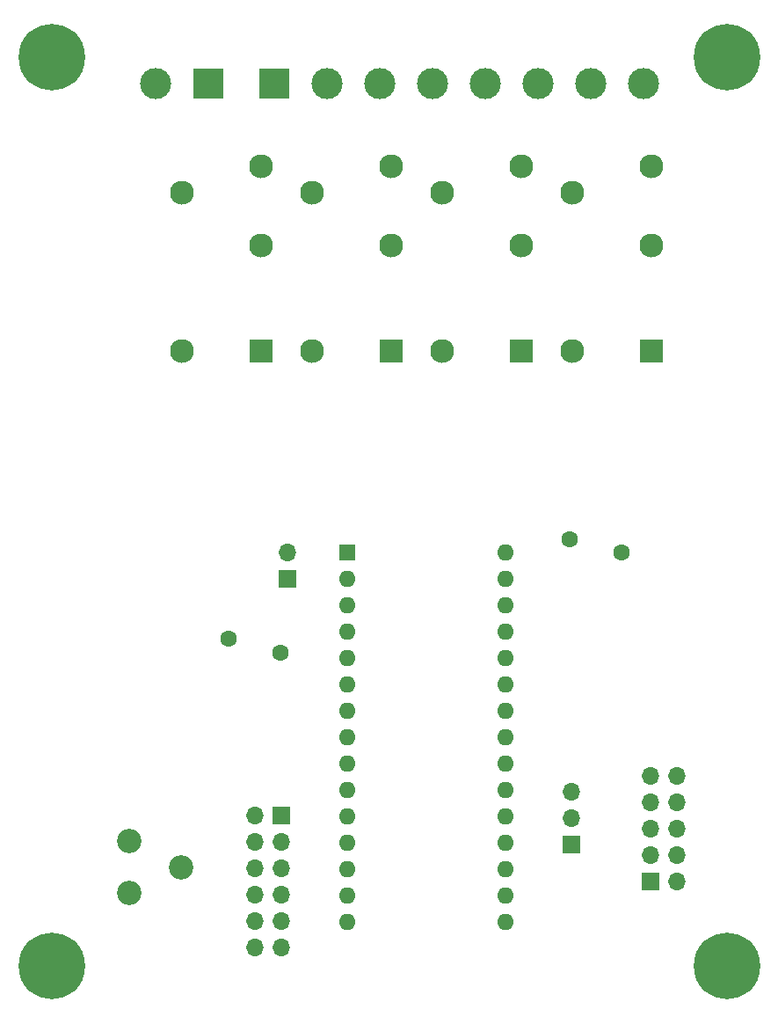
<source format=gbr>
%TF.GenerationSoftware,KiCad,Pcbnew,8.0.2-1*%
%TF.CreationDate,2024-05-28T09:05:20+02:00*%
%TF.ProjectId,Antenna Rotator,416e7465-6e6e-4612-9052-6f7461746f72,rev?*%
%TF.SameCoordinates,Original*%
%TF.FileFunction,Soldermask,Bot*%
%TF.FilePolarity,Negative*%
%FSLAX46Y46*%
G04 Gerber Fmt 4.6, Leading zero omitted, Abs format (unit mm)*
G04 Created by KiCad (PCBNEW 8.0.2-1) date 2024-05-28 09:05:20*
%MOMM*%
%LPD*%
G01*
G04 APERTURE LIST*
%ADD10R,1.700000X1.700000*%
%ADD11O,1.700000X1.700000*%
%ADD12R,2.300000X2.300000*%
%ADD13C,2.300000*%
%ADD14C,6.400000*%
%ADD15C,1.600000*%
%ADD16R,3.000000X3.000000*%
%ADD17C,3.000000*%
%ADD18C,2.340000*%
%ADD19R,1.600000X1.600000*%
%ADD20O,1.600000X1.600000*%
G04 APERTURE END LIST*
D10*
%TO.C,J4*%
X172720000Y-87700000D03*
D11*
X172720000Y-85160000D03*
%TD*%
D10*
%TO.C,J5*%
X207645000Y-116840000D03*
D11*
X210185000Y-116840000D03*
X207645000Y-114300000D03*
X210185000Y-114300000D03*
X207645000Y-111760000D03*
X210185000Y-111760000D03*
X207645000Y-109220000D03*
X210185000Y-109220000D03*
X207645000Y-106680000D03*
X210185000Y-106680000D03*
%TD*%
D12*
%TO.C,K4*%
X207770000Y-65740000D03*
D13*
X207770000Y-55580000D03*
X207770000Y-47960000D03*
X200150000Y-50500000D03*
X200150000Y-65740000D03*
%TD*%
D14*
%TO.C,H2*%
X215000000Y-37500000D03*
%TD*%
D12*
%TO.C,K1*%
X170120000Y-65740000D03*
D13*
X170120000Y-55580000D03*
X170120000Y-47960000D03*
X162500000Y-50500000D03*
X162500000Y-65740000D03*
%TD*%
D14*
%TO.C,H3*%
X150000000Y-125000000D03*
%TD*%
D15*
%TO.C,RV2*%
X172000000Y-94800000D03*
X167000000Y-93500000D03*
%TD*%
D10*
%TO.C,J3*%
X200025000Y-113240000D03*
D11*
X200025000Y-110700000D03*
X200025000Y-108160000D03*
%TD*%
D12*
%TO.C,K3*%
X195220000Y-65740000D03*
D13*
X195220000Y-55580000D03*
X195220000Y-47960000D03*
X187600000Y-50500000D03*
X187600000Y-65740000D03*
%TD*%
D16*
%TO.C,J1*%
X165100000Y-40000000D03*
D17*
X160020000Y-40000000D03*
%TD*%
D14*
%TO.C,H4*%
X215000000Y-125000000D03*
%TD*%
D16*
%TO.C,J2*%
X171440000Y-40000000D03*
D17*
X176520000Y-40000000D03*
X181600000Y-40000000D03*
X186680000Y-40000000D03*
X191760000Y-40000000D03*
X196840000Y-40000000D03*
X201920000Y-40000000D03*
X207000000Y-40000000D03*
%TD*%
D14*
%TO.C,H1*%
X150000000Y-37500000D03*
%TD*%
D18*
%TO.C,RV1*%
X157480000Y-117975000D03*
X162480000Y-115475000D03*
X157480000Y-112975000D03*
%TD*%
D19*
%TO.C,A1*%
X178500000Y-85200000D03*
D20*
X178500000Y-87740000D03*
X178500000Y-90280000D03*
X178500000Y-92820000D03*
X178500000Y-95360000D03*
X178500000Y-97900000D03*
X178500000Y-100440000D03*
X178500000Y-102980000D03*
X178500000Y-105520000D03*
X178500000Y-108060000D03*
X178500000Y-110600000D03*
X178500000Y-113140000D03*
X178500000Y-115680000D03*
X178500000Y-118220000D03*
X178500000Y-120760000D03*
X193740000Y-120760000D03*
X193740000Y-118220000D03*
X193740000Y-115680000D03*
X193740000Y-113140000D03*
X193740000Y-110600000D03*
X193740000Y-108060000D03*
X193740000Y-105520000D03*
X193740000Y-102980000D03*
X193740000Y-100440000D03*
X193740000Y-97900000D03*
X193740000Y-95360000D03*
X193740000Y-92820000D03*
X193740000Y-90280000D03*
X193740000Y-87740000D03*
X193740000Y-85200000D03*
%TD*%
D12*
%TO.C,K2*%
X182670000Y-65740000D03*
D13*
X182670000Y-55580000D03*
X182670000Y-47960000D03*
X175050000Y-50500000D03*
X175050000Y-65740000D03*
%TD*%
D15*
%TO.C,RV3*%
X204875000Y-85200000D03*
X199875000Y-83900000D03*
%TD*%
D10*
%TO.C,J7*%
X172085000Y-110490000D03*
D11*
X169545000Y-110490000D03*
X172085000Y-113030000D03*
X169545000Y-113030000D03*
X172085000Y-115570000D03*
X169545000Y-115570000D03*
X172085000Y-118110000D03*
X169545000Y-118110000D03*
X172085000Y-120650000D03*
X169545000Y-120650000D03*
X172085000Y-123190000D03*
X169545000Y-123190000D03*
%TD*%
M02*

</source>
